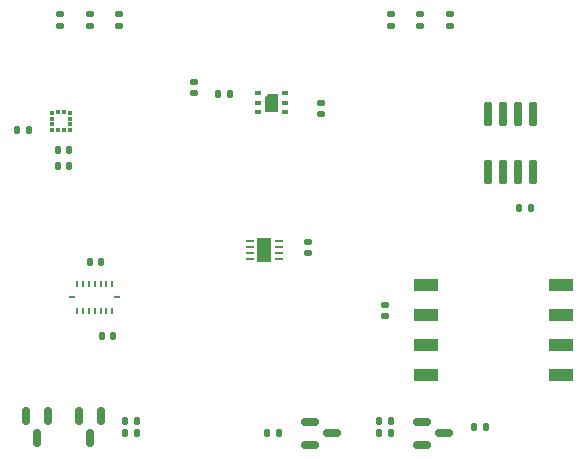
<source format=gtp>
%TF.GenerationSoftware,KiCad,Pcbnew,8.0.2*%
%TF.CreationDate,2024-05-17T09:05:44-06:00*%
%TF.ProjectId,PCB_Project,5043425f-5072-46f6-9a65-63742e6b6963,rev?*%
%TF.SameCoordinates,Original*%
%TF.FileFunction,Paste,Top*%
%TF.FilePolarity,Positive*%
%FSLAX46Y46*%
G04 Gerber Fmt 4.6, Leading zero omitted, Abs format (unit mm)*
G04 Created by KiCad (PCBNEW 8.0.2) date 2024-05-17 09:05:44*
%MOMM*%
%LPD*%
G01*
G04 APERTURE LIST*
G04 Aperture macros list*
%AMRoundRect*
0 Rectangle with rounded corners*
0 $1 Rounding radius*
0 $2 $3 $4 $5 $6 $7 $8 $9 X,Y pos of 4 corners*
0 Add a 4 corners polygon primitive as box body*
4,1,4,$2,$3,$4,$5,$6,$7,$8,$9,$2,$3,0*
0 Add four circle primitives for the rounded corners*
1,1,$1+$1,$2,$3*
1,1,$1+$1,$4,$5*
1,1,$1+$1,$6,$7*
1,1,$1+$1,$8,$9*
0 Add four rect primitives between the rounded corners*
20,1,$1+$1,$2,$3,$4,$5,0*
20,1,$1+$1,$4,$5,$6,$7,0*
20,1,$1+$1,$6,$7,$8,$9,0*
20,1,$1+$1,$8,$9,$2,$3,0*%
G04 Aperture macros list end*
%ADD10C,0.010000*%
%ADD11RoundRect,0.135000X0.135000X0.185000X-0.135000X0.185000X-0.135000X-0.185000X0.135000X-0.185000X0*%
%ADD12R,0.375000X0.350000*%
%ADD13R,0.350000X0.375000*%
%ADD14RoundRect,0.135000X-0.135000X-0.185000X0.135000X-0.185000X0.135000X0.185000X-0.135000X0.185000X0*%
%ADD15RoundRect,0.140000X0.140000X0.170000X-0.140000X0.170000X-0.140000X-0.170000X0.140000X-0.170000X0*%
%ADD16RoundRect,0.140000X0.170000X-0.140000X0.170000X0.140000X-0.170000X0.140000X-0.170000X-0.140000X0*%
%ADD17RoundRect,0.135000X0.185000X-0.135000X0.185000X0.135000X-0.185000X0.135000X-0.185000X-0.135000X0*%
%ADD18RoundRect,0.140000X-0.140000X-0.170000X0.140000X-0.170000X0.140000X0.170000X-0.140000X0.170000X0*%
%ADD19R,0.762000X0.254000*%
%ADD20R,1.295400X2.006600*%
%ADD21RoundRect,0.150000X-0.587500X-0.150000X0.587500X-0.150000X0.587500X0.150000X-0.587500X0.150000X0*%
%ADD22R,0.550000X0.400000*%
%ADD23RoundRect,0.042000X-0.258000X0.943000X-0.258000X-0.943000X0.258000X-0.943000X0.258000X0.943000X0*%
%ADD24RoundRect,0.150000X-0.150000X0.587500X-0.150000X-0.587500X0.150000X-0.587500X0.150000X0.587500X0*%
%ADD25R,2.030000X1.140000*%
%ADD26R,0.254000X0.482600*%
%ADD27R,0.482600X0.254000*%
%ADD28RoundRect,0.140000X-0.170000X0.140000X-0.170000X-0.140000X0.170000X-0.140000X0.170000X0.140000X0*%
G04 APERTURE END LIST*
D10*
%TO.C,U9*%
X137875000Y-74750000D02*
X136825000Y-74750000D01*
X136825000Y-73550000D01*
X137125000Y-73250000D01*
X137875000Y-73250000D01*
X137875000Y-74750000D01*
G36*
X137875000Y-74750000D02*
G01*
X136825000Y-74750000D01*
X136825000Y-73550000D01*
X137125000Y-73250000D01*
X137875000Y-73250000D01*
X137875000Y-74750000D01*
G37*
%TD*%
D11*
%TO.C,R11*%
X138010000Y-102000000D03*
X136990000Y-102000000D03*
%TD*%
D12*
%TO.C,U12*%
X118837500Y-74850000D03*
X118837500Y-75350000D03*
X118837500Y-75850000D03*
X118837500Y-76350000D03*
D13*
X119350000Y-76362500D03*
X119850000Y-76362500D03*
D12*
X120362500Y-76350000D03*
X120362500Y-75850000D03*
X120362500Y-75350000D03*
X120362500Y-74850000D03*
D13*
X119850000Y-74837500D03*
X119350000Y-74837500D03*
%TD*%
D14*
%TO.C,R10*%
X154490000Y-101500000D03*
X155510000Y-101500000D03*
%TD*%
D15*
%TO.C,C10*%
X116822500Y-76350000D03*
X115862500Y-76350000D03*
%TD*%
D14*
%TO.C,R3*%
X132840000Y-73250000D03*
X133860000Y-73250000D03*
%TD*%
%TO.C,R12*%
X124990000Y-101000000D03*
X126010000Y-101000000D03*
%TD*%
D16*
%TO.C,C8*%
X141600000Y-74960000D03*
X141600000Y-74000000D03*
%TD*%
%TO.C,C14*%
X140500000Y-86730000D03*
X140500000Y-85770000D03*
%TD*%
D17*
%TO.C,R8*%
X150000000Y-67510000D03*
X150000000Y-66490000D03*
%TD*%
D18*
%TO.C,C11*%
X119320000Y-79400000D03*
X120280000Y-79400000D03*
%TD*%
D19*
%TO.C,U10*%
X135561600Y-85749999D03*
X135561600Y-86250000D03*
X135561600Y-86750000D03*
X135561600Y-87250001D03*
X138000000Y-87250001D03*
X138000000Y-86750000D03*
X138000000Y-86250000D03*
X138000000Y-85749999D03*
D20*
X136780800Y-86500000D03*
%TD*%
D18*
%TO.C,C4*%
X123040000Y-93750000D03*
X124000000Y-93750000D03*
%TD*%
D14*
%TO.C,R6*%
X146490000Y-102000000D03*
X147510000Y-102000000D03*
%TD*%
D17*
%TO.C,R5*%
X122000000Y-67510000D03*
X122000000Y-66490000D03*
%TD*%
D21*
%TO.C,Q3*%
X140625000Y-101050000D03*
X140625000Y-102950000D03*
X142500000Y-102000000D03*
%TD*%
D22*
%TO.C,U9*%
X136200000Y-73200000D03*
X136200000Y-74000000D03*
X136200000Y-74800000D03*
X138500000Y-74800000D03*
X138500000Y-74000000D03*
X138500000Y-73200000D03*
%TD*%
D17*
%TO.C,R4*%
X119500000Y-67510000D03*
X119500000Y-66490000D03*
%TD*%
D16*
%TO.C,C9*%
X130850000Y-73230000D03*
X130850000Y-72270000D03*
%TD*%
D21*
%TO.C,Q4*%
X150125000Y-101050000D03*
X150125000Y-102950000D03*
X152000000Y-102000000D03*
%TD*%
D11*
%TO.C,R13*%
X126010000Y-102000000D03*
X124990000Y-102000000D03*
%TD*%
D17*
%TO.C,R2*%
X124500000Y-67510000D03*
X124500000Y-66490000D03*
%TD*%
D23*
%TO.C,U11*%
X159505000Y-74925000D03*
X158235000Y-74925000D03*
X156965000Y-74925000D03*
X155695000Y-74925000D03*
X155695000Y-79875000D03*
X156965000Y-79875000D03*
X158235000Y-79875000D03*
X159505000Y-79875000D03*
%TD*%
D17*
%TO.C,R9*%
X147500000Y-67510000D03*
X147500000Y-66490000D03*
%TD*%
D24*
%TO.C,Q1*%
X122950000Y-100562500D03*
X121050000Y-100562500D03*
X122000000Y-102437500D03*
%TD*%
D17*
%TO.C,R1*%
X152500000Y-67510000D03*
X152500000Y-66490000D03*
%TD*%
D25*
%TO.C,U8*%
X150500000Y-89460000D03*
X150500000Y-92000000D03*
X150500000Y-94540000D03*
X150500000Y-97080000D03*
X161930000Y-97080000D03*
X161930000Y-94540000D03*
X161930000Y-92000000D03*
X161930000Y-89460000D03*
%TD*%
D14*
%TO.C,R7*%
X146490000Y-101000000D03*
X147510000Y-101000000D03*
%TD*%
D26*
%TO.C,U2*%
X120911300Y-89344300D03*
X121411299Y-89344300D03*
X121911301Y-89344300D03*
X122411300Y-89344300D03*
X122911299Y-89344300D03*
X123411301Y-89344300D03*
X123911300Y-89344300D03*
D27*
X124322600Y-90500000D03*
D26*
X123911300Y-91655700D03*
X123411301Y-91655700D03*
X122911299Y-91655700D03*
X122411300Y-91655700D03*
X121911301Y-91655700D03*
X121411299Y-91655700D03*
X120911300Y-91655700D03*
D27*
X120500000Y-90500000D03*
%TD*%
D18*
%TO.C,C5*%
X122000000Y-87500000D03*
X122960000Y-87500000D03*
%TD*%
D24*
%TO.C,Q2*%
X118500000Y-100562500D03*
X116600000Y-100562500D03*
X117550000Y-102437500D03*
%TD*%
D28*
%TO.C,C15*%
X147000000Y-91120000D03*
X147000000Y-92080000D03*
%TD*%
D18*
%TO.C,C12*%
X119320000Y-78000000D03*
X120280000Y-78000000D03*
%TD*%
D15*
%TO.C,C13*%
X159330000Y-82925000D03*
X158370000Y-82925000D03*
%TD*%
M02*

</source>
